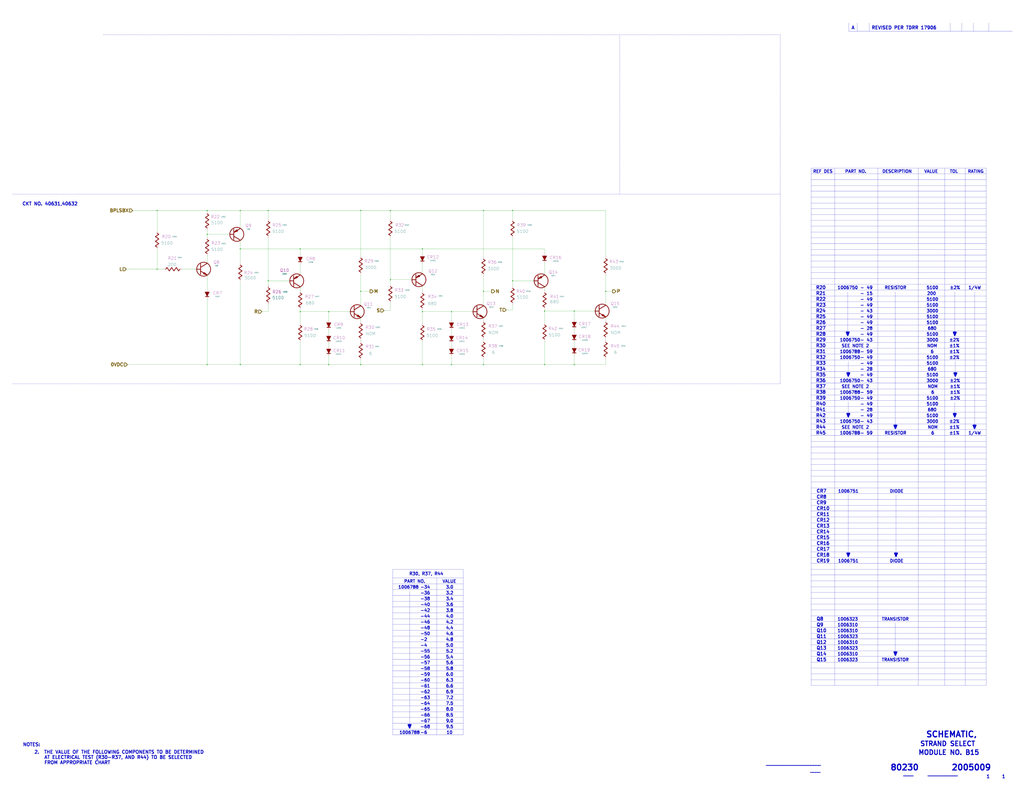
<source format=kicad_sch>
(kicad_sch (version 20211123) (generator eeschema)
  (paper "E")
  (junction (at 327.66 271.78))
  (junction (at 327.66 340.36))
  (junction (at 527.685 318.135))
  (junction (at 461.01 398.145))
  (junction (at 292.735 306.705))
  (junction (at 358.775 398.145))
  (junction (at 327.66 398.145))
  (junction (at 262.255 271.78))
  (junction (at 393.7 398.145))
  (junction (at 527.685 398.145))
  (junction (at 559.435 229.87))
  (junction (at 358.775 340.36))
  (junction (at 393.7 229.87))
  (junction (at 594.36 339.725))
  (junction (at 226.06 229.87))
  (junction (at 171.45 229.87))
  (junction (at 492.76 398.145))
  (junction (at 171.45 294.005))
  (junction (at 594.36 398.145))
  (junction (at 262.255 229.87))
  (junction (at 226.06 398.145))
  (junction (at 527.685 229.87))
  (junction (at 626.745 398.145))
  (junction (at 661.035 318.135))
  (junction (at 559.435 306.705))
  (junction (at 262.255 398.145))
  (junction (at 492.76 340.36))
  (junction (at 461.01 340.36))
  (junction (at 292.735 229.87))
  (junction (at 461.01 271.78))
  (junction (at 626.745 339.725))
  (junction (at 426.085 229.87))
  (junction (at 426.085 305.435))
  (junction (at 226.06 255.905))
  (junction (at 393.7 318.135))
  (wire (pts (xy 358.775 349.885) (xy 358.775 340.36)))
  (polyline (pts (xy 885.19 202.565) (xy 1076.325 202.565)) (stroke (width 0) (type solid)))
  (polyline (pts (xy 428.625 713.74) (xy 505.46 713.74)) (stroke (width 0) (type solid)))
  (polyline (pts (xy 885.19 488.315) (xy 1076.325 488.315)) (stroke (width 0) (type solid)))
  (wire (pts (xy 262.255 229.87) (xy 292.735 229.87)))
  (polyline (pts (xy 885.19 513.715) (xy 1076.325 513.715)) (stroke (width 0) (type solid)))
  (wire (pts (xy 661.035 280.035) (xy 661.035 229.87)))
  (polyline (pts (xy 924.56 407.3652) (xy 927.1 407.3652)) (stroke (width 1.524) (type solid)))
  (wire (pts (xy 661.035 333.375) (xy 661.035 318.135)))
  (wire (pts (xy 171.45 272.415) (xy 171.45 294.005)))
  (wire (pts (xy 226.06 279.4) (xy 226.06 287.655)))
  (wire (pts (xy 426.085 305.435) (xy 426.085 310.515)))
  (wire (pts (xy 594.36 313.055) (xy 594.36 317.5)))
  (wire (pts (xy 327.66 313.055) (xy 327.66 317.5)))
  (polyline (pts (xy 976.63 604.2152) (xy 979.17 604.2152)) (stroke (width 1.524) (type solid)))
  (polyline (pts (xy 923.925 362.9152) (xy 926.465 362.9152)) (stroke (width 1.524) (type solid)))
  (wire (pts (xy 559.435 306.705) (xy 559.435 312.42)))
  (polyline (pts (xy 885.19 621.665) (xy 1076.325 621.665)) (stroke (width 0) (type solid)))
  (polyline (pts (xy 885.19 399.415) (xy 1076.325 399.415)) (stroke (width 0) (type solid)))
  (polyline (pts (xy 885.19 748.665) (xy 1076.325 748.665)) (stroke (width 0) (type solid)))
  (polyline (pts (xy 885.19 208.915) (xy 1076.325 208.915)) (stroke (width 0) (type solid)))
  (polyline (pts (xy 885.19 577.215) (xy 1076.325 577.215)) (stroke (width 0) (type solid)))
  (polyline (pts (xy 885.19 335.915) (xy 1076.325 335.915)) (stroke (width 0) (type solid)))
  (polyline (pts (xy 885.19 659.765) (xy 1076.325 659.765)) (stroke (width 0) (type solid)))
  (polyline (pts (xy 927.1 604.2152) (xy 925.83 607.3902)) (stroke (width 1.524) (type solid)))
  (polyline (pts (xy 1063.625 318.77) (xy 1063.625 467.36)) (stroke (width 0) (type solid)))
  (wire (pts (xy 262.255 262.255) (xy 262.255 271.78)))
  (polyline (pts (xy 885.19 634.365) (xy 1076.325 634.365)) (stroke (width 0) (type solid)))
  (polyline (pts (xy 885.19 685.165) (xy 1076.325 685.165)) (stroke (width 0) (type solid)))
  (polyline (pts (xy 428.625 745.49) (xy 505.46 745.49)) (stroke (width 0) (type solid)))
  (polyline (pts (xy 851.535 38.1) (xy 851.535 419.1)))
  (wire (pts (xy 226.06 231.14) (xy 226.06 229.87)))
  (wire (pts (xy 527.685 398.145) (xy 527.685 391.795)))
  (polyline (pts (xy 885.19 354.965) (xy 1076.325 354.965)) (stroke (width 0) (type solid)))
  (wire (pts (xy 144.78 229.87) (xy 171.45 229.87)))
  (wire (pts (xy 292.735 332.105) (xy 292.735 340.36)))
  (polyline (pts (xy 885.19 666.115) (xy 1076.325 666.115)) (stroke (width 0) (type solid)))
  (polyline (pts (xy 927.1 451.8152) (xy 925.83 454.9902)) (stroke (width 1.524) (type solid)))
  (polyline (pts (xy 935.736 25.019) (xy 935.736 34.036)) (stroke (width 0) (type solid)))
  (polyline (pts (xy 885.19 189.865) (xy 1076.325 189.865)) (stroke (width 0) (type solid)))
  (polyline (pts (xy 885.19 234.315) (xy 1076.325 234.315)) (stroke (width 0) (type solid)))
  (wire (pts (xy 327.66 278.13) (xy 327.66 271.78)))
  (polyline (pts (xy 1064.895 464.5152) (xy 1063.625 467.6902)) (stroke (width 1.524) (type solid)))
  (wire (pts (xy 262.255 271.78) (xy 327.66 271.78)))
  (polyline (pts (xy 926.465 362.9152) (xy 925.195 366.0902)) (stroke (width 1.524) (type solid)))
  (polyline (pts (xy 948.69 25.019) (xy 948.69 34.036)) (stroke (width 0) (type solid)))
  (wire (pts (xy 626.745 339.725) (xy 649.605 339.725)))
  (polyline (pts (xy 885.19 697.865) (xy 1076.325 697.865)) (stroke (width 0) (type solid)))
  (polyline (pts (xy 885.19 596.265) (xy 1076.325 596.265)) (stroke (width 0) (type solid)))
  (wire (pts (xy 262.255 271.78) (xy 262.255 287.02)))
  (polyline (pts (xy 885.19 742.315) (xy 1076.325 742.315)) (stroke (width 0) (type solid)))
  (wire (pts (xy 292.735 229.87) (xy 393.7 229.87)))
  (polyline (pts (xy 428.625 764.54) (xy 505.46 764.54)) (stroke (width 0) (type solid)))
  (wire (pts (xy 393.7 334.01) (xy 393.7 318.135)))
  (polyline (pts (xy 428.625 621.665) (xy 505.46 621.665)) (stroke (width 0) (type solid)))
  (polyline (pts (xy 885.19 558.165) (xy 1076.325 558.165)) (stroke (width 0) (type solid)))
  (polyline (pts (xy 885.19 704.215) (xy 1076.325 704.215)) (stroke (width 0) (type solid)))
  (polyline (pts (xy 885.19 323.215) (xy 1076.325 323.215)) (stroke (width 0) (type solid)))
  (polyline (pts (xy 1078.992 25.019) (xy 1078.992 34.036)) (stroke (width 0) (type solid)))
  (polyline (pts (xy 925.83 394.97) (xy 925.83 410.845)) (stroke (width 0) (type solid)))
  (wire (pts (xy 285.75 340.36) (xy 292.735 340.36)))
  (wire (pts (xy 461.01 340.36) (xy 461.01 338.455)))
  (wire (pts (xy 594.36 398.145) (xy 594.36 372.745)))
  (wire (pts (xy 661.035 398.145) (xy 661.035 391.795)))
  (polyline (pts (xy 885.19 608.965) (xy 1076.325 608.965)) (stroke (width 0) (type solid)))
  (polyline (pts (xy 885.19 494.665) (xy 1076.325 494.665)) (stroke (width 0) (type solid)))
  (polyline (pts (xy 885.19 431.165) (xy 1076.325 431.165)) (stroke (width 0) (type solid)))
  (polyline (pts (xy 13.335 212.09) (xy 851.535 212.09)))
  (wire (pts (xy 594.36 339.725) (xy 594.36 337.82)))
  (polyline (pts (xy 851.535 419.1) (xy 13.335 419.1)))
  (polyline (pts (xy 885.19 380.365) (xy 1076.325 380.365)) (stroke (width 0) (type solid)))
  (wire (pts (xy 594.36 352.425) (xy 594.36 339.725)))
  (polyline (pts (xy 885.19 437.515) (xy 1076.325 437.515)) (stroke (width 0) (type solid)))
  (polyline (pts (xy 1040.765 451.8152) (xy 1043.305 451.8152)) (stroke (width 1.524) (type solid)))
  (polyline (pts (xy 885.19 501.015) (xy 1076.325 501.015)) (stroke (width 0) (type solid)))
  (wire (pts (xy 393.7 351.155) (xy 393.7 346.71)))
  (polyline (pts (xy 428.625 802.64) (xy 505.46 802.64)) (stroke (width 0) (type solid)))
  (polyline (pts (xy 885.19 297.815) (xy 1076.325 297.815)) (stroke (width 0) (type solid)))
  (polyline (pts (xy 1062.355 464.5152) (xy 1064.895 464.5152)) (stroke (width 1.524) (type solid)))
  (polyline (pts (xy 428.625 726.44) (xy 505.46 726.44)) (stroke (width 0) (type solid)))
  (wire (pts (xy 668.655 318.135) (xy 661.035 318.135)))
  (polyline (pts (xy 885.19 253.365) (xy 1076.325 253.365)) (stroke (width 0) (type solid)))
  (polyline (pts (xy 1042.67 394.335) (xy 1042.67 410.21)) (stroke (width 0) (type solid)))
  (wire (pts (xy 492.76 374.65) (xy 492.76 378.46)))
  (wire (pts (xy 327.66 373.38) (xy 327.66 398.145)))
  (polyline (pts (xy 925.195 366.0902) (xy 923.925 362.9152)) (stroke (width 1.524) (type solid)))
  (polyline (pts (xy 428.625 796.29) (xy 505.46 796.29)) (stroke (width 0) (type solid)))
  (polyline (pts (xy 112.395 38.1) (xy 851.535 38.1)))
  (polyline (pts (xy 1040.765 362.9152) (xy 1043.305 362.9152)) (stroke (width 1.524) (type solid)))
  (polyline (pts (xy 885.19 507.365) (xy 1076.325 507.365)) (stroke (width 0) (type solid)))
  (polyline (pts (xy 1043.94 407.3652) (xy 1042.67 410.5402)) (stroke (width 1.524) (type solid)))
  (polyline (pts (xy 885.19 247.015) (xy 1076.325 247.015)) (stroke (width 0) (type solid)))
  (polyline (pts (xy 885.19 443.865) (xy 1076.325 443.865)) (stroke (width 0) (type solid)))
  (polyline (pts (xy 447.04 795.02) (xy 447.04 645.795)) (stroke (width 0) (type solid)))
  (polyline (pts (xy 1042.035 366.0902) (xy 1040.765 362.9152)) (stroke (width 1.524) (type solid)))
  (polyline (pts (xy 1062.482 25.019) (xy 1062.482 34.036)) (stroke (width 0) (type solid)))
  (wire (pts (xy 661.035 349.885) (xy 661.035 346.075)))
  (polyline (pts (xy 926.211 25.019) (xy 926.211 34.036)) (stroke (width 0) (type solid)))
  (polyline (pts (xy 925.195 318.77) (xy 925.195 366.395)) (stroke (width 0) (type solid)))
  (wire (pts (xy 382.27 340.36) (xy 358.775 340.36)))
  (polyline (pts (xy 1031.24 183.515) (xy 1031.24 748.665)) (stroke (width 0) (type solid)))
  (polyline (pts (xy 428.625 681.99) (xy 505.46 681.99)) (stroke (width 0) (type solid)))
  (polyline (pts (xy 885.19 570.865) (xy 1076.325 570.865)) (stroke (width 0) (type solid)))
  (polyline (pts (xy 885.19 329.565) (xy 1076.325 329.565)) (stroke (width 0) (type solid)))
  (wire (pts (xy 492.76 360.045) (xy 492.76 364.49)))
  (polyline (pts (xy 885.19 628.015) (xy 1076.325 628.015)) (stroke (width 0) (type solid)))
  (wire (pts (xy 171.45 229.87) (xy 226.06 229.87)))
  (wire (pts (xy 226.06 251.46) (xy 226.06 255.905)))
  (polyline (pts (xy 885.19 221.615) (xy 1076.325 221.615)) (stroke (width 0) (type solid)))
  (polyline (pts (xy 1063.625 467.6902) (xy 1062.355 464.5152)) (stroke (width 1.524) (type solid)))
  (polyline (pts (xy 977.9 540.385) (xy 977.9 607.06)) (stroke (width 0) (type solid)))
  (polyline (pts (xy 885.19 481.965) (xy 1076.325 481.965)) (stroke (width 0) (type solid)))
  (polyline (pts (xy 911.225 748.665) (xy 911.225 183.515)) (stroke (width 0) (type solid)))
  (wire (pts (xy 262.255 398.145) (xy 327.66 398.145)))
  (polyline (pts (xy 445.77 791.5402) (xy 448.31 791.5402)) (stroke (width 1.524) (type solid)))
  (wire (pts (xy 527.685 280.67) (xy 527.685 229.87)))
  (polyline (pts (xy 1043.305 362.9152) (xy 1042.035 366.0902)) (stroke (width 1.524) (type solid)))
  (wire (pts (xy 516.255 340.36) (xy 492.76 340.36)))
  (wire (pts (xy 626.745 398.145) (xy 661.035 398.145)))
  (wire (pts (xy 262.255 398.145) (xy 262.255 307.34)))
  (wire (pts (xy 449.58 305.435) (xy 426.085 305.435)))
  (polyline (pts (xy 428.625 777.24) (xy 505.46 777.24)) (stroke (width 0) (type solid)))
  (wire (pts (xy 626.745 339.725) (xy 594.36 339.725)))
  (polyline (pts (xy 1042.035 454.9902) (xy 1040.765 451.8152)) (stroke (width 1.524) (type solid)))
  (polyline (pts (xy 885.19 393.065) (xy 1076.325 393.065)) (stroke (width 0) (type solid)))
  (polyline (pts (xy 925.83 607.695) (xy 925.83 540.385)) (stroke (width 0) (type solid)))
  (polyline (pts (xy 958.215 183.515) (xy 958.215 748.665)) (stroke (width 0) (type solid)))
  (wire (pts (xy 626.745 349.25) (xy 626.745 339.725)))
  (polyline (pts (xy 885.19 310.515) (xy 1076.325 310.515)) (stroke (width 0) (type solid)))
  (polyline (pts (xy 885.19 710.565) (xy 1076.325 710.565)) (stroke (width 0) (type solid)))
  (polyline (pts (xy 979.17 604.2152) (xy 977.9 607.3902)) (stroke (width 1.524) (type solid)))
  (polyline (pts (xy 885.19 456.565) (xy 1076.325 456.565)) (stroke (width 0) (type solid)))
  (wire (pts (xy 661.035 318.135) (xy 661.035 300.355)))
  (polyline (pts (xy 885.19 589.915) (xy 1076.325 589.915)) (stroke (width 0) (type solid)))
  (wire (pts (xy 461.01 311.785) (xy 461.01 318.135)))
  (wire (pts (xy 559.435 259.715) (xy 559.435 306.705)))
  (wire (pts (xy 327.66 271.78) (xy 461.01 271.78)))
  (wire (pts (xy 226.06 229.87) (xy 262.255 229.87)))
  (wire (pts (xy 527.685 398.145) (xy 594.36 398.145)))
  (polyline (pts (xy 885.19 729.615) (xy 1076.325 729.615)) (stroke (width 0) (type solid)))
  (polyline (pts (xy 978.535 464.5152) (xy 977.265 467.6902)) (stroke (width 1.524) (type solid)))
  (polyline (pts (xy 885.19 424.815) (xy 1076.325 424.815)) (stroke (width 0) (type solid)))
  (wire (pts (xy 492.76 349.885) (xy 492.76 340.36)))
  (wire (pts (xy 626.745 363.22) (xy 626.745 359.41)))
  (polyline (pts (xy 448.31 791.5402) (xy 447.04 794.7152)) (stroke (width 1.524) (type solid)))
  (wire (pts (xy 393.7 371.475) (xy 393.7 372.745)))
  (polyline (pts (xy 428.625 669.29) (xy 505.46 669.29)) (stroke (width 0) (type solid)))
  (wire (pts (xy 393.7 279.4) (xy 393.7 229.87)))
  (polyline (pts (xy 927.1 407.3652) (xy 925.83 410.5402)) (stroke (width 1.524) (type solid)))
  (wire (pts (xy 292.735 229.87) (xy 292.735 239.395)))
  (wire (pts (xy 358.775 374.65) (xy 358.775 378.46)))
  (polyline (pts (xy 885.19 240.665) (xy 1076.325 240.665)) (stroke (width 0) (type solid)))
  (polyline (pts (xy 1049.782 25.019) (xy 1049.782 34.036)) (stroke (width 0) (type solid)))
  (polyline (pts (xy 885.19 532.765) (xy 1076.325 532.765)) (stroke (width 0) (type solid)))
  (polyline (pts (xy 977.265 715.3402) (xy 975.995 712.1652)) (stroke (width 1.524) (type solid)))
  (polyline (pts (xy 885.19 551.815) (xy 1076.325 551.815)) (stroke (width 0) (type solid)))
  (wire (pts (xy 461.01 373.38) (xy 461.01 398.145)))
  (polyline (pts (xy 885.19 361.315) (xy 1076.325 361.315)) (stroke (width 0) (type solid)))
  (polyline (pts (xy 428.625 751.84) (xy 505.46 751.84)) (stroke (width 0) (type solid)))
  (polyline (pts (xy 885.19 545.465) (xy 1076.325 545.465)) (stroke (width 0) (type solid)))
  (wire (pts (xy 492.76 388.62) (xy 492.76 398.145)))
  (wire (pts (xy 426.085 259.715) (xy 426.085 305.435)))
  (polyline (pts (xy 977.265 680.085) (xy 977.265 715.01)) (stroke (width 0) (type solid)))
  (polyline (pts (xy 505.46 802.64) (xy 505.46 621.665)) (stroke (width 0) (type solid)))
  (polyline (pts (xy 428.625 688.34) (xy 505.46 688.34)) (stroke (width 0) (type solid)))
  (wire (pts (xy 492.76 398.145) (xy 527.685 398.145)))
  (polyline (pts (xy 1076.325 183.515) (xy 1076.325 748.665)) (stroke (width 0) (type solid)))
  (polyline (pts (xy 885.19 564.515) (xy 1076.325 564.515)) (stroke (width 0) (type solid)))
  (wire (pts (xy 292.735 306.705) (xy 316.23 306.705)))
  (polyline (pts (xy 885.19 462.915) (xy 1076.325 462.915)) (stroke (width 0) (type solid)))
  (wire (pts (xy 461.01 299.085) (xy 461.01 287.655)))
  (polyline (pts (xy 428.625 789.94) (xy 505.46 789.94)) (stroke (width 0) (type solid)))
  (wire (pts (xy 552.45 338.455) (xy 559.435 338.455)))
  (polyline (pts (xy 925.83 410.5402) (xy 924.56 407.3652)) (stroke (width 1.524) (type solid)))
  (polyline (pts (xy 885.19 412.115) (xy 1076.325 412.115)) (stroke (width 0) (type solid)))
  (wire (pts (xy 461.01 353.06) (xy 461.01 340.36)))
  (polyline (pts (xy 885.19 304.165) (xy 1076.325 304.165)) (stroke (width 0) (type solid)))
  (wire (pts (xy 262.255 229.87) (xy 262.255 249.555)))
  (polyline (pts (xy 885.19 678.815) (xy 1076.325 678.815)) (stroke (width 0) (type solid)))
  (polyline (pts (xy 885.19 716.915) (xy 1076.325 716.915)) (stroke (width 0) (type solid)))
  (polyline (pts (xy 925.83 455.295) (xy 925.83 438.785)) (stroke (width 0) (type solid)))
  (wire (pts (xy 171.45 294.005) (xy 137.795 294.005)))
  (wire (pts (xy 419.1 339.09) (xy 426.085 339.09)))
  (wire (pts (xy 178.435 294.005) (xy 171.45 294.005)))
  (polyline (pts (xy 885.19 259.715) (xy 1076.325 259.715)) (stroke (width 0) (type solid)))
  (polyline (pts (xy 885.19 520.065) (xy 1076.325 520.065)) (stroke (width 0) (type solid)))
  (polyline (pts (xy 428.625 707.39) (xy 505.46 707.39)) (stroke (width 0) (type solid)))
  (wire (pts (xy 559.435 332.74) (xy 559.435 338.455)))
  (wire (pts (xy 461.01 398.145) (xy 492.76 398.145)))
  (wire (pts (xy 403.86 318.135) (xy 393.7 318.135)))
  (polyline (pts (xy 885.19 278.765) (xy 1076.325 278.765)) (stroke (width 0) (type solid)))
  (wire (pts (xy 594.36 398.145) (xy 626.745 398.145)))
  (wire (pts (xy 527.685 318.135) (xy 527.685 300.99)))
  (wire (pts (xy 661.035 371.475) (xy 661.035 370.205)))
  (polyline (pts (xy 1041.4 407.3652) (xy 1043.94 407.3652)) (stroke (width 1.524) (type solid)))
  (polyline (pts (xy 975.995 712.1652) (xy 978.535 712.1652)) (stroke (width 1.524) (type solid)))
  (polyline (pts (xy 977.9 607.3902) (xy 976.63 604.2152)) (stroke (width 1.524) (type solid)))
  (polyline (pts (xy 885.19 640.715) (xy 1076.325 640.715)) (stroke (width 0) (type solid)))
  (wire (pts (xy 171.45 229.87) (xy 171.45 252.095)))
  (polyline (pts (xy 885.19 723.265) (xy 1076.325 723.265)) (stroke (width 0) (type solid)))
  (wire (pts (xy 426.085 229.87) (xy 527.685 229.87)))
  (polyline (pts (xy 885.19 691.515) (xy 1076.325 691.515)) (stroke (width 0) (type solid)))
  (wire (pts (xy 393.7 229.87) (xy 426.085 229.87)))
  (polyline (pts (xy 977.265 467.6902) (xy 975.995 464.5152)) (stroke (width 1.524) (type solid)))
  (wire (pts (xy 527.685 370.205) (xy 527.685 371.475)))
  (polyline (pts (xy 428.625 675.64) (xy 505.46 675.64)) (stroke (width 0) (type solid)))
  (polyline (pts (xy 885.19 615.315) (xy 1076.325 615.315)) (stroke (width 0) (type solid)))
  (polyline (pts (xy 885.19 418.465) (xy 1076.325 418.465)) (stroke (width 0) (type solid)))
  (polyline (pts (xy 1042.035 318.77) (xy 1042.035 365.76)) (stroke (width 0) (type solid)))
  (polyline (pts (xy 885.19 196.215) (xy 1076.325 196.215)) (stroke (width 0) (type solid)))
  (polyline (pts (xy 975.995 464.5152) (xy 978.535 464.5152)) (stroke (width 1.524) (type solid)))
  (polyline (pts (xy 885.19 475.615) (xy 1076.325 475.615)) (stroke (width 0) (type solid)))
  (polyline (pts (xy 885.19 526.415) (xy 1076.325 526.415)) (stroke (width 0) (type solid)))
  (wire (pts (xy 139.065 398.145) (xy 226.06 398.145)))
  (polyline (pts (xy 885.19 183.515) (xy 885.19 748.665)) (stroke (width 0) (type solid)))
  (wire (pts (xy 594.36 300.355) (xy 594.36 287.02)))
  (polyline (pts (xy 428.625 650.24) (xy 505.46 650.24)) (stroke (width 0) (type solid)))
  (polyline (pts (xy 885.19 272.415) (xy 1076.325 272.415)) (stroke (width 0) (type solid)))
  (polyline (pts (xy 885.19 405.765) (xy 1076.325 405.765)) (stroke (width 0) (type solid)))
  (polyline (pts (xy 885.19 469.265) (xy 1076.325 469.265)) (stroke (width 0) (type solid)))
  (polyline (pts (xy 926.211 34.036) (xy 1104.9 34.036)) (stroke (width 0) (type solid)))
  (polyline (pts (xy 885.19 735.965) (xy 1076.325 735.965)) (stroke (width 0) (type solid)))
  (wire (pts (xy 559.435 229.87) (xy 559.435 239.395)))
  (polyline (pts (xy 885.19 266.065) (xy 1076.325 266.065)) (stroke (width 0) (type solid)))
  (polyline (pts (xy 428.625 739.14) (xy 505.46 739.14)) (stroke (width 0) (type solid)))
  (polyline (pts (xy 885.19 539.115) (xy 1076.325 539.115)) (stroke (width 0) (type solid)))
  (wire (pts (xy 527.685 334.01) (xy 527.685 318.135)))
  (wire (pts (xy 358.775 360.045) (xy 358.775 364.49)))
  (polyline (pts (xy 1043.305 451.8152) (xy 1042.035 454.9902)) (stroke (width 1.524) (type solid)))
  (polyline (pts (xy 428.625 758.19) (xy 505.46 758.19)) (stroke (width 0) (type solid)))
  (polyline (pts (xy 676.275 212.09) (xy 676.275 38.1)))
  (polyline (pts (xy 428.625 637.54) (xy 505.46 637.54)) (stroke (width 0) (type solid)))
  (polyline (pts (xy 476.885 631.19) (xy 476.885 802.64)) (stroke (width 0) (type solid)))
  (polyline (pts (xy 925.83 454.9902) (xy 924.56 451.8152)) (stroke (width 1.524) (type solid)))
  (wire (pts (xy 582.93 306.705) (xy 559.435 306.705)))
  (wire (pts (xy 358.775 340.36) (xy 327.66 340.36)))
  (wire (pts (xy 198.755 294.005) (xy 214.63 294.005)))
  (polyline (pts (xy 428.625 643.89) (xy 505.46 643.89)) (stroke (width 0) (type solid)))
  (polyline (pts (xy 885.19 653.415) (xy 1076.325 653.415)) (stroke (width 0) (type solid)))
  (polyline (pts (xy 885.19 367.665) (xy 1076.325 367.665)) (stroke (width 0) (type solid)))
  (wire (pts (xy 358.775 388.62) (xy 358.775 398.145)))
  (polyline (pts (xy 885.19 602.615) (xy 1076.325 602.615)) (stroke (width 0) (type solid)))
  (polyline (pts (xy 925.83 607.3902) (xy 924.56 604.2152)) (stroke (width 1.524) (type solid)))
  (wire (pts (xy 250.825 255.905) (xy 226.06 255.905)))
  (polyline (pts (xy 428.625 770.89) (xy 505.46 770.89)) (stroke (width 0) (type solid)))
  (polyline (pts (xy 885.19 291.465) (xy 1076.325 291.465)) (stroke (width 0) (type solid)))
  (polyline (pts (xy 1042.035 439.42) (xy 1042.035 454.66)) (stroke (width 0) (type solid)))
  (wire (pts (xy 327.66 398.145) (xy 358.775 398.145)))
  (polyline (pts (xy 1002.03 748.665) (xy 1002.03 183.515)) (stroke (width 0) (type solid)))
  (polyline (pts (xy 924.56 451.8152) (xy 927.1 451.8152)) (stroke (width 1.524) (type solid)))
  (polyline (pts (xy 885.19 672.465) (xy 1076.325 672.465)) (stroke (width 0) (type solid)))
  (wire (pts (xy 626.745 387.985) (xy 626.745 398.145)))
  (wire (pts (xy 393.7 398.145) (xy 461.01 398.145)))
  (polyline (pts (xy 885.19 215.265) (xy 1076.325 215.265)) (stroke (width 0) (type solid)))
  (wire (pts (xy 327.66 288.29) (xy 327.66 300.355)))
  (polyline (pts (xy 428.625 631.19) (xy 505.46 631.19)) (stroke (width 0) (type solid)))
  (wire (pts (xy 626.745 377.825) (xy 626.745 373.38)))
  (polyline (pts (xy 428.625 662.94) (xy 505.46 662.94)) (stroke (width 0) (type solid)))
  (wire (pts (xy 393.7 318.135) (xy 393.7 299.72)))
  (polyline (pts (xy 885.19 386.715) (xy 1076.325 386.715)) (stroke (width 0) (type solid)))
  (polyline (pts (xy 885.19 342.265) (xy 1076.325 342.265)) (stroke (width 0) (type solid)))
  (polyline (pts (xy 428.625 732.79) (xy 505.46 732.79)) (stroke (width 0) (type solid)))
  (wire (pts (xy 461.01 271.78) (xy 594.36 271.78)))
  (wire (pts (xy 327.66 340.36) (xy 327.66 353.06)))
  (polyline (pts (xy 885.19 450.215) (xy 1076.325 450.215)) (stroke (width 0) (type solid)))
  (wire (pts (xy 426.085 330.835) (xy 426.085 339.09)))
  (polyline (pts (xy 428.625 783.59) (xy 505.46 783.59)) (stroke (width 0) (type solid)))
  (polyline (pts (xy 885.19 374.015) (xy 1076.325 374.015)) (stroke (width 0) (type solid)))
  (polyline (pts (xy 885.19 647.065) (xy 1076.325 647.065)) (stroke (width 0) (type solid)))
  (polyline (pts (xy 885.19 285.115) (xy 1076.325 285.115)) (stroke (width 0) (type solid)))
  (polyline (pts (xy 885.19 227.965) (xy 1076.325 227.965)) (stroke (width 0) (type solid)))
  (wire (pts (xy 461.01 277.495) (xy 461.01 271.78)))
  (polyline (pts (xy 1042.67 410.5402) (xy 1041.4 407.3652)) (stroke (width 1.524) (type solid)))
  (wire (pts (xy 327.66 337.82) (xy 327.66 340.36)))
  (polyline (pts (xy 1037.082 25.019) (xy 1037.082 34.036)) (stroke (width 0) (type solid)))
  (polyline (pts (xy 428.625 720.09) (xy 505.46 720.09)) (stroke (width 0) (type solid)))
  (wire (pts (xy 492.76 340.36) (xy 461.01 340.36)))
  (wire (pts (xy 226.06 255.905) (xy 226.06 259.08)))
  (polyline (pts (xy 885.19 583.565) (xy 1076.325 583.565)) (stroke (width 0) (type solid)))
  (wire (pts (xy 292.735 306.705) (xy 292.735 311.785)))
  (polyline (pts (xy 885.19 316.865) (xy 1076.325 316.865)) (stroke (width 0) (type solid)))
  (polyline (pts (xy 428.625 701.04) (xy 505.46 701.04)) (stroke (width 0) (type solid)))
  (polyline (pts (xy 885.19 348.615) (xy 1076.325 348.615)) (stroke (width 0) (type solid)))
  (wire (pts (xy 226.06 398.145) (xy 262.255 398.145)))
  (wire (pts (xy 226.06 398.145) (xy 226.06 326.39)))
  (wire (pts (xy 661.035 229.87) (xy 559.435 229.87)))
  (polyline (pts (xy 428.625 621.665) (xy 428.625 802.64)) (stroke (width 0) (type solid)))
  (polyline (pts (xy 447.04 794.7152) (xy 445.77 791.5402)) (stroke (width 1.524) (type solid)))
  (polyline (pts (xy 885.19 183.515) (xy 1076.325 183.515)) (stroke (width 0) (type solid)))
  (wire (pts (xy 594.36 271.78) (xy 594.36 276.86)))
  (wire (pts (xy 527.685 229.87) (xy 559.435 229.87)))
  (wire (pts (xy 358.775 398.145) (xy 393.7 398.145)))
  (polyline (pts (xy 428.625 694.69) (xy 505.46 694.69)) (stroke (width 0) (type solid)))
  (polyline (pts (xy 977.265 318.77) (xy 977.265 467.36)) (stroke (width 0) (type solid)))
  (wire (pts (xy 426.085 229.87) (xy 426.085 239.395)))
  (polyline (pts (xy 924.56 604.2152) (xy 927.1 604.2152)) (stroke (width 1.524) (type solid)))
  (wire (pts (xy 292.735 259.715) (xy 292.735 306.705)))
  (polyline (pts (xy 428.625 656.59) (xy 505.46 656.59)) (stroke (width 0) (type solid)))
  (wire (pts (xy 393.7 393.065) (xy 393.7 398.145)))
  (polyline (pts (xy 1053.465 748.665) (xy 1053.465 183.515)) (stroke (width 0) (type solid)))
  (polyline (pts (xy 978.535 712.1652) (xy 977.265 715.3402)) (stroke (width 1.524) (type solid)))
  (wire (pts (xy 226.06 300.355) (xy 226.06 316.23)))
  (wire (pts (xy 527.685 318.135) (xy 536.575 318.135)))
  (wire (pts (xy 527.685 349.885) (xy 527.685 346.71)))
  (text "1006788" (at 916.305 386.08 0) (effects (font (size 3.302 3.302) (thickness 0.6604) bold) (justify left bottom)))
  (text "-" (at 938.53 411.48 0) (effects (font (size 3.302 3.302) (thickness 0.6604) bold) (justify left bottom)))
  (text "7.2" (at 486.41 763.905 0) (effects (font (size 3.302 3.302) (thickness 0.6604) bold) (justify left bottom)))
  (text "49" (at 945.515 398.78 0) (effects (font (size 3.302 3.302) (thickness 0.6604) bold) (justify left bottom)))
  (text "5.4" (at 486.41 719.455 0) (effects (font (size 3.302 3.302) (thickness 0.6604) bold) (justify left bottom)))
  (text "5100" (at 1010.92 354.33 0) (effects (font (size 3.302 3.302) (thickness 0.6604) bold) (justify left bottom)))
  (text "____________" (at 1012.19 847.725 0) (effects (font (size 3.556 3.556) (thickness 0.7112) bold) (justify left bottom)))
  (text "-" (at 938.53 316.23 0) (effects (font (size 3.302 3.302) (thickness 0.6604) bold) (justify left bottom)))
  (text "±2%" (at 1035.685 373.38 0) (effects (font (size 3.302 3.302) (thickness 0.6604) bold) (justify left bottom)))
  (text "CR10" (at 890.905 557.53 0) (effects (font (size 3.556 3.556) (thickness 0.7112) bold) (justify left bottom)))
  (text "MODULE NO. B15" (at 1002.03 824.865 0) (effects (font (size 5.08 5.08) (thickness 1.016) bold) (justify left bottom)))
  (text "CKT NO. 40631,40632" (at 24.13 224.79 0) (effects (font (size 3.556 3.556) (thickness 0.7112) bold) (justify left bottom)))
  (text "-2" (at 458.47 700.405 0) (effects (font (size 3.302 3.302) (thickness 0.6604) bold) (justify left bottom)))
  (text "5100" (at 1010.92 411.48 0) (effects (font (size 3.302 3.302) (thickness 0.6604) bold) (justify left bottom)))
  (text "VALUE" (at 1008.38 189.23 0) (effects (font (size 3.302 3.302) (thickness 0.6604) bold) (justify left bottom)))
  (text "R30" (at 890.27 379.73 0) (effects (font (size 3.556 3.556) (thickness 0.7112) bold) (justify left bottom)))
  (text "-68" (at 458.47 795.655 0) (effects (font (size 3.302 3.302) (thickness 0.6604) bold) (justify left bottom)))
  (text "RESISTOR" (at 965.2 474.98 0) (effects (font (size 3.302 3.302) (thickness 0.6604) bold) (justify left bottom)))
  (text "CR8" (at 890.905 544.83 0) (effects (font (size 3.556 3.556) (thickness 0.7112) bold) (justify left bottom)))
  (text "____" (at 883.92 843.915 0) (effects (font (size 3.556 3.556) (thickness 0.7112) bold) (justify left bottom)))
  (text "R25" (at 890.27 347.98 0) (effects (font (size 3.556 3.556) (thickness 0.7112) bold) (justify left bottom)))
  (text "PART NO." (at 440.69 636.905 0) (effects (font (size 3.302 3.302) (thickness 0.6604) bold) (justify left bottom)))
  (text "-67" (at 458.47 789.305 0) (effects (font (size 3.302 3.302) (thickness 0.6604) bold) (justify left bottom)))
  (text "-" (at 938.53 392.43 0) (effects (font (size 3.302 3.302) (thickness 0.6604) bold) (justify left bottom)))
  (text "1006751" (at 914.4 614.68 0) (effects (font (size 3.302 3.302) (thickness 0.6604) bold) (justify left bottom)))
  (text "-" (at 938.53 360.68 0) (effects (font (size 3.302 3.302) (thickness 0.6604) bold) (justify left bottom)))
  (text "±2%" (at 1036.32 316.23 0) (effects (font (size 3.302 3.302) (thickness 0.6604) bold) (justify left bottom)))
  (text "-44" (at 458.47 675.005 0) (effects (font (size 3.302 3.302) (thickness 0.6604) bold) (justify left bottom)))
  (text "5100" (at 1010.92 455.93 0) (effects (font (size 3.302 3.302) (thickness 0.6604) bold) (justify left bottom)))
  (text "-66" (at 458.47 782.955 0) (effects (font (size 3.302 3.302) (thickness 0.6604) bold) (justify left bottom)))
  (text "-58" (at 458.47 732.155 0) (effects (font (size 3.302 3.302) (thickness 0.6604) bold) (justify left bottom)))
  (text "NOM" (at 1011.555 379.73 0) (effects (font (size 3.302 3.302) (thickness 0.6604) bold) (justify left bottom)))
  (text "±2%" (at 1036.32 417.83 0) (effects (font (size 3.302 3.302) (thickness 0.6604) bold) (justify left bottom)))
  (text "R35" (at 890.27 411.48 0) (effects (font (size 3.556 3.556) (thickness 0.7112) bold) (justify left bottom)))
  (text "-" (at 938.53 341.63 0) (effects (font (size 3.302 3.302) (thickness 0.6604) bold) (justify left bottom)))
  (text "Q15" (at 890.905 722.63 0) (effects (font (size 3.556 3.556) (thickness 0.7112) bold) (justify left bottom)))
  (text "3.6" (at 486.41 662.305 0) (effects (font (size 3.302 3.302) (thickness 0.6604) bold) (justify left bottom)))
  (text "-" (at 938.53 335.28 0) (effects (font (size 3.302 3.302) (thickness 0.6604) bold) (justify left bottom)))
  (text "6.6" (at 486.41 751.205 0) (effects (font (size 3.302 3.302) (thickness 0.6604) bold) (justify left bottom)))
  (text "R36" (at 890.27 417.83 0) (effects (font (size 3.556 3.556) (thickness 0.7112) bold) (justify left bottom)))
  (text "5100" (at 1010.92 436.88 0) (effects (font (size 3.302 3.302) (thickness 0.6604) bold) (justify left bottom)))
  (text "R40" (at 890.27 443.23 0) (effects (font (size 3.556 3.556) (thickness 0.7112) bold) (justify left bottom)))
  (text "9.5" (at 486.41 795.655 0) (effects (font (size 3.302 3.302) (thickness 0.6604) bold) (justify left bottom)))
  (text "R41" (at 890.27 449.58 0) (effects (font (size 3.556 3.556) (thickness 0.7112) bold) (justify left bottom)))
  (text "5100" (at 1010.92 328.93 0) (effects (font (size 3.302 3.302) (thickness 0.6604) bold) (justify left bottom)))
  (text "43" (at 945.515 417.83 0) (effects (font (size 3.302 3.302) (thickness 0.6604) bold) (justify left bottom)))
  (text "CR11" (at 890.905 563.88 0) (effects (font (size 3.556 3.556) (thickness 0.7112) bold) (justify left bottom)))
  (text "SEE NOTE 2" (at 918.21 379.73 0) (effects (font (size 3.302 3.302) (thickness 0.6604) bold) (justify left bottom)))
  (text "-" (at 938.53 430.53 0) (effects (font (size 3.302 3.302) (thickness 0.6604) bold) (justify left bottom)))
  (text "4.4" (at 486.41 687.705 0) (effects (font (size 3.302 3.302) (thickness 0.6604) bold) (justify left bottom)))
  (text "REF DES" (at 887.095 189.23 0) (effects (font (size 3.302 3.302) (thickness 0.6604) bold) (justify left bottom)))
  (text "NOTES:" (at 24.765 815.34 0) (effects (font (size 3.556 3.556) (thickness 0.7112) bold) (justify left bottom)))
  (text "10" (at 487.045 802.005 0) (effects (font (size 3.302 3.302) (thickness 0.6604) bold) (justify left bottom)))
  (text "2.  THE VALUE OF THE FOLLOWING COMPONENTS TO BE DETERMINED\n    AT ELECTRICAL TEST (R30-R37, AND R44) TO BE SELECTED\n    FROM APPROPRIATE CHART" (at 37.2364 834.9996 0) (effects (font (size 3.556 3.556) (thickness 0.7112) bold) (justify left bottom)))
  (text "±2%" (at 1035.685 462.28 0) (effects (font (size 3.302 3.302) (thickness 0.6604) bold) (justify left bottom)))
  (text "1006751" (at 914.4 538.48 0) (effects (font (size 3.302 3.302) (thickness 0.6604) bold) (justify left bottom)))
  (text "1006788" (at 435.61 802.005 0) (effects (font (size 3.302 3.302) (thickness 0.6604) bold) (justify left bottom)))
  (text "80230" (at 971.3976 841.9846 0) (effects (font (size 6.35 6.35) (thickness 1.27) bold) (justify left bottom)))
  (text "59" (at 945.515 386.08 0) (effects (font (size 3.302 3.302) (thickness 0.6604) bold) (justify left bottom)))
  (text "R43" (at 890.27 462.28 0) (effects (font (size 3.556 3.556) (thickness 0.7112) bold) (justify left bottom)))
  (text "43" (at 945.515 373.38 0) (effects (font (size 3.302 3.302) (thickness 0.6604) bold) (justify left bottom)))
  (text "R26" (at 890.27 354.33 0) (effects (font (size 3.556 3.556) (thickness 0.7112) bold) (justify left bottom)))
  (text "7.5" (at 486.41 770.255 0) (effects (font (size 3.302 3.302) (thickness 0.6604) bold) (justify left bottom)))
  (text "NOM" (at 1012.19 424.18 0) (effects (font (size 3.302 3.302) (thickness 0.6604) bold) (justify left bottom)))
  (text "1006788" (at 916.305 430.53 0) (effects (font (size 3.302 3.302) (thickness 0.6604) bold) (justify left bottom)))
  (text "Q11" (at 890.905 697.23 0) (effects (font (size 3.556 3.556) (thickness 0.7112) bold) (justify left bottom)))
  (text "R38" (at 890.27 430.53 0) (effects (font (size 3.556 3.556) (thickness 0.7112) bold) (justify left bottom)))
  (text "4.0" (at 486.41 675.005 0) (effects (font (size 3.302 3.302) (thickness 0.6604) bold) (justify left bottom)))
  (text "Q8" (at 890.905 678.18 0) (effects (font (size 3.556 3.556) (thickness 0.7112) bold) (justify left bottom)))
  (text "5100" (at 1010.92 392.43 0) (effects (font (size 3.302 3.302) (thickness 0.6604) bold) (justify left bottom)))
  (text "3.0" (at 486.41 643.255 0) (effects (font (size 3.302 3.302) (thickness 0.6604) bold) (justify left bottom)))
  (text "-" (at 938.53 405.13 0) (effects (font (size 3.302 3.302) (thickness 0.6604) bold) (justify left bottom)))
  (text "49" (at 945.515 392.43 0) (effects (font (size 3.302 3.302) (thickness 0.6604) bold) (justify left bottom)))
  (text "R27" (at 890.27 360.68 0) (effects (font (size 3.556 3.556) (thickness 0.7112) bold) (justify left bottom)))
  (text "-38" (at 458.47 655.955 0) (effects (font (size 3.302 3.302) (thickness 0.6604) bold) (justify left bottom)))
  (text "SEE NOTE 2" (at 918.21 424.18 0) (effects (font (size 3.302 3.302) (thickness 0.6604) bold) (justify left bottom)))
  (text "R22" (at 890.27 328.93 0) (effects (font (size 3.556 3.556) (thickness 0.7112) bold) (justify left bottom)))
  (text "-55" (at 458.47 713.105 0) (effects (font (size 3.302 3.302) (thickness 0.6604) bold) (justify left bottom)))
  (text "5.8" (at 486.41 732.155 0) (effects (font (size 3.302 3.302) (thickness 0.6604) bold) (justify left bottom)))
  (text "R39" (at 890.27 436.88 0) (effects (font (size 3.556 3.556) (thickness 0.7112) bold) (justify left bottom)))
  (text "15" (at 945.515 322.58 0) (effects (font (size 3.302 3.302) (thickness 0.6604) bold) (justify left bottom)))
  (text "1006310" (at 913.765 690.88 0) (effects (font (size 3.302 3.302) (thickness 0.6604) bold) (justify left bottom)))
  (text "NOM" (at 1012.19 468.63 0) (effects (font (size 3.302 3.302) (thickness 0.6604) bold) (justify left bottom)))
  (text "Q12" (at 890.905 703.58 0) (effects (font (size 3.556 3.556) (thickness 0.7112) bold) (justify left bottom)))
  (text "-62" (at 458.47 757.555 0) (effects (font (size 3.302 3.302) (thickness 0.6604) bold) (justify left bottom)))
  (text "±2%" (at 1035.685 392.43 0) (effects (font (size 3.302 3.302) (thickness 0.6604) bold) (justify left bottom)))
  (text "43" (at 945.515 341.63 0) (effects (font (size 3.302 3.302) (thickness 0.6604) bold) (justify left bottom)))
  (text "-46" (at 458.47 681.355 0) (effects (font (size 3.302 3.302) (thickness 0.6604) bold) (justify left bottom)))
  (text "1006323" (at 913.765 697.23 0) (effects (font (size 3.302 3.302) (thickness 0.6604) bold) (justify left bottom)))
  (text "CR12" (at 890.905 570.23 0) (effects (font (size 3.556 3.556) (thickness 0.7112) bold) (justify left bottom)))
  (text "-60" (at 458.47 744.855 0) (effects (font (size 3.302 3.302) (thickness 0.6604) bold) (justify left bottom)))
  (text "1006788" (at 434.34 643.255 0) (effects (font (size 3.302 3.302) (thickness 0.6604) bold) (justify left bottom)))
  (text "3.4" (at 486.41 655.955 0) (effects (font (size 3.302 3.302) (thickness 0.6604) bold) (justify left bottom)))
  (text "49" (at 945.515 436.88 0) (effects (font (size 3.302 3.302) (thickness 0.6604) bold) (justify left bottom)))
  (text "1006750" (at 916.305 392.43 0) (effects (font (size 3.302 3.302) (thickness 0.6604) bold) (justify left bottom)))
  (text "680" (at 1012.19 405.13 0) (effects (font (size 3.302 3.302) (thickness 0.6604) bold) (justify left bottom)))
  (text "R23" (at 890.27 335.28 0) (effects (font (size 3.556 3.556) (thickness 0.7112) bold) (justify left bottom)))
  (text "8.0" (at 486.41 776.605 0) (effects (font (size 3.302 3.302) (thickness 0.6604) bold) (justify left bottom)))
  (text "±1%" (at 1035.685 386.08 0) (effects (font (size 3.302 3.302) (thickness 0.6604) bold) (justify left bottom)))
  (text "4.6" (at 486.41 694.055 0) (effects (font (size 3.302 3.302) (thickness 0.6604) bold) (justify left bottom)))
  (text "A       REVISED PER TDRR 17906" (at 929.005 32.512 0) (effects (font (size 3.556 3.556) (thickness 0.7112) bold) (justify left bottom)))
  (text "200" (at 1011.555 322.58 0) (effects (font (size 3.302 3.302) (thickness 0.6604) bold) (justify left bottom)))
  (text "PART NO." (at 922.02 189.23 0) (effects (font (size 3.302 3.302) (thickness 0.6604) bold) (justify left bottom)))
  (text "R34" (at 890.27 405.13 0) (effects (font (size 3.556 3.556) (thickness 0.7112) bold) (justify left bottom)))
  (text "49" (at 945.515 411.48 0) (effects (font (size 3.302 3.302) (thickness 0.6604) bold) (justify left bottom)))
  (text "-4" (at 458.47 706.755 0) (effects (font (size 3.302 3.302) (thickness 0.6604) bold) (justify left bottom)))
  (text "R42" (at 890.27 455.93 0) (effects (font (size 3.556 3.556) (thickness 0.7112) bold) (justify left bottom)))
  (text "1006323" (at 913.765 678.18 0) (effects (font (size 3.302 3.302) (thickness 0.6604) bold) (justify left bottom)))
  (text "59" (at 945.515 430.53 0) (effects (font (size 3.302 3.302) (thickness 0.6604) bold) (justify left bottom)))
  (text "4.2" (at 486.41 681.355 0) (effects (font (size 3.302 3.302) (thickness 0.6604) bold) (justify left bottom)))
  (text "R32" (at 890.27 392.43 0) (effects (font (size 3.556 3.556) (thickness 0.7112) bold) (justify left bottom)))
  (text "STRAND SELECT" (at 1003.935 815.34 0) (effects (font (size 5.08 5.08) (thickness 1.016) bold) (justify left bottom)))
  (text "1006788" (at 916.305 474.98 0) (effects (font (size 3.302 3.302) (thickness 0.6604) bold) (justify left bottom)))
  (text "6" (at 1016 430.53 0) (effects (font (size 3.302 3.302) (thickness 0.6604) bold) (justify left bottom)))
  (text "1006310" (at 913.765 703.58 0) (effects (font (size 3.302 3.302) (thickness 0.6604) bold) (justify left bottom)))
  (text "-" (at 938.53 462.28 0) (effects (font (size 3.302 3.302) (thickness 0.6604) bold) (justify left bottom)))
  (text "RESISTOR" (at 965.2 316.23 0) (effects (font (size 3.302 3.302) (thickness 0.6604) bold) (justify left bottom)))
  (text "-56" (at 458.47 719.455 0) (effects (font (size 3.302 3.302) (thickness 0.6604) bold) (justify left bottom)))
  (text "5100" (at 1010.92 316.23 0) (effects (font (size 3.302 3.302) (thickness 0.6604) bold) (justify left bottom)))
  (text "-65" (at 458.47 776.605 0) (effects (font (size 3.302 3.302) (thickness 0.6604) bold) (justify left bottom)))
  (text "-42" (at 458.47 668.655 0) (effects (font (size 3.302 3.302) (thickness 0.6604) bold) (justify left bottom)))
  (text "-" (at 938.53 398.78 0) (effects (font (size 3.302 3.302) (thickness 0.6604) bold) (justify left bottom)))
  (text "CR18" (at 890.905 608.33 0) (effects (font (size 3.556 3.556) (thickness 0.7112) bold) (justify left bottom)))
  (text "______________________" (at 835.66 836.295 0) (effects (font (size 3.556 3.556) (thickness 0.7112) bold) (justify left bottom)))
  (text "CR13" (at 890.905 576.58 0) (effects (font (size 3.556 3.556) (thickness 0.7112) bold) (justify left bottom)))
  (text "-" (at 938.53 373.38 0) (effects (font (size 3.302 3.302) (thickness 0.6604) bold) (justify left bottom)))
  (text "1006323" (at 913.765 709.93 0) (effects (font (size 3.302 3.302) (thickness 0.6604) bold) (justify left bottom)))
  (text "6.9" (at 486.41 757.555 0) (effects (font (size 3.302 3.302) (thickness 0.6604) bold) (justify left bottom)))
  (text "CR14" (at 890.905 582.93 0) (effects (font (size 3.556 3.556) (thickness 0.7112) bold) (justify left bottom)))
  (text "TRANSISTOR" (at 962.025 678.18 0) (effects (font (size 3.302 3.302) (thickness 0.6604) bold) (justify left bottom)))
  (text "49" (at 945.515 328.93 0) (effects (font (size 3.302 3.302) (thickness 0.6604) bold) (justify left bottom)))
  (text "4.8" (at 486.41 700.405 0) (effects (font (size 3.302 3.302) (thickness 0.6604) bold) (justify left bottom)))
  (text "±1%" (at 1035.685 468.63 0) (effects (font (size 3.302 3.302) (thickness 0.6604) bold) (justify left bottom)))
  (text "Q14" (at 890.905 716.28 0) (effects (font (size 3.556 3.556) (thickness 0.7112) bold) (justify left bottom)))
  (text "±2%" (at 1036.32 436.88 0) (effects (font (size 3.302 3.302) (thickness 0.6604) bold) (justify left bottom)))
  (text "-" (at 938.53 367.03 0) (effects (font (size 3.302 3.302) (thickness 0.6604) bold) (justify left bottom)))
  (text "-36" (at 458.47 649.605 0) (effects (font (size 3.302 3.302) (thickness 0.6604) bold) (justify left bottom)))
  (text "3.8" (at 486.41 668.655 0) (effects (font (size 3.302 3.302) (thickness 0.6604) bold) (justify left bottom)))
  (text "1006310" (at 913.765 716.28 0) (effects (font (size 3.302 3.302) (thickness 0.6604) bold) (justify left bottom)))
  (text "680" (at 1012.19 360.68 0) (effects (font (size 3.302 3.302) (thickness 0.6604) bold) (justify left bottom)))
  (text "-" (at 938.53 455.93 0) (effects (font (size 3.302 3.302) (thickness 0.6604) bold) (justify left bottom)))
  (text "49" (at 945.515 367.03 0) (effects (font (size 3.302 3.302) (thickness 0.6604) bold) (justify left bottom)))
  (text "Q13" (at 890.905 709.93 0) (effects (font (size 3.556 3.556) (thickness 0.7112) bold) (justify left bottom)))
  (text "5100" (at 1010.92 367.03 0) (effects (font (size 3.302 3.302) (thickness 0.6604) bold) (justify left bottom)))
  (text "±1%" (at 1035.685 474.98 0) (effects (font (size 3.302 3.302) (thickness 0.6604) bold) (justify left bottom)))
  (text "1006750" (at 916.305 436.88 0) (effects (font (size 3.302 3.302) (thickness 0.6604) bold) (justify left bottom)))
  (text "-" (at 938.53 443.23 0) (effects (font (size 3.302 3.302) (thickness 0.6604) bold) (justify left bottom)))
  (text "CR17" (at 890.905 601.98 0) (effects (font (size 3.556 3.556) (thickness 0.7112) bold) (justify left bottom)))
  (text "28" (at 945.515 449.58 0) (effects (font (size 3.302 3.302) (thickness 0.6604) bold) (justify left bottom)))
  (text "-50" (at 458.47 694.055 0) (effects (font (size 3.302 3.302) (thickness 0.6604) bold) (justify left bottom)))
  (text "-6" (at 458.47 802.005 0) (effects (font (size 3.302 3.302) (thickness 0.6604) bold) (justify left bottom)))
  (text "49" (at 945.515 455.93 0) (effects (font (size 3.302 3.302) (thickness 0.6604) bold) (justify left bottom)))
  (text "VALUE" (at 482.6 636.905 0) (effects (font (size 3.302 3.302) (thickness 0.6604) bold) (justify left bottom)))
  (text "R29" (at 890.27 373.38 0) (effects (font (size 3.556 3.556) (thickness 0.7112) bold) (justify left bottom)))
  (text "5100" (at 1010.92 347.98 0) (effects (font (size 3.302 3.302) (thickness 0.6604) bold) (justify left bottom)))
  (text "1006750" (at 913.765 316.23 0) (effects (font (size 3.302 3.302) (thickness 0.6604) bold) (justify left bottom)))
  (text "CR16" (at 890.905 595.63 0) (effects (font (size 3.556 3.556) (thickness 0.7112) bold) (justify left bottom)))
  (text "R21" (at 890.27 322.58 0) (effects (font (size 3.556 3.556) (thickness 0.7112) bold) (justify left bottom)))
  (text "TOL" (at 1036.32 189.23 0) (effects (font (size 3.302 3.302) (thickness 0.6604) bold) (justify left bottom)))
  (text "R30, R37, R44" (at 446.405 628.65 0) (effects (font (size 3.302 3.302) (thickness 0.6604) bold) (justify left bottom)))
  (text "8.5" (at 486.41 782.955 0) (effects (font (size 3.302 3.302) (thickness 0.6604) bold) (justify left bottom)))
  (text "R45" (at 890.27 474.98 0) (effects (font (size 3.556 3.556) (thickness 0.7112) bold) (justify left bottom)))
  (text "2005009" (at 1038.0726 841.9846 0) (effects (font (size 6.35 6.35) (thickness 1.27) bold) (justify left bottom)))
  (text "680" (at 1012.19 449.58 0) (effects (font (size 3.302 3.302) (thickness 0.6604) bold) (justify left bottom)))
  (text "49" (at 945.515 354.33 0) (effects (font (size 3.302 3.302) (thickness 0.6604) bold) (justify left bottom)))
  (text "49" (at 945.515 443.23 0) (effects (font (size 3.302 3.302) (thickness 0.6604) bold) (justify left bottom)))
  (text "-" (at 938.53 322.58 0) (effects (font (size 3.302 3.302) (thickness 0.6604) bold) (justify left bottom)))
  (text "-63" (at 458.47 763.905 0) (effects (font (size 3.302 3.302) (thickness 0.6604) bold) (justify left bottom)))
  (text "5100" (at 1010.92 335.28 0) (effects (font (size 3.302 3.302) (thickness 0.6604) bold) (justify left bottom)))
  (text "CR15" (at 890.905 589.28 0) (effects (font (size 3.556 3.556) (thickness 0.7112) bold) (justify left bottom)))
  (text "6.3" (at 486.41 744.855 0) (effects (font (size 3.302 3.302) (thickness 0.6604) bold) (justify left bottom)))
  (text "-48" (at 458.47 687.705 0) (effects (font (size 3.302 3.302) (thickness 0.6604) bold) (justify left bottom)))
  (text "5.6" (at 486.41 725.805 0) (effects (font (size 3.302 3.302) (thickness 0.6604) bold) (justify left bottom)))
  (text "49" (at 945.515 316.23 0) (effects (font (size 3.302 3.302) (thickness 0.6604) bold) (justify left bottom)))
  (text "1/4W" (at 1056.64 316.23 0) (effects (font (size 3.302 3.302) (thickness 0.6604) bold) (justify left bottom)))
  (text "3000" (at 1010.92 341.63 0) (effects (font (size 3.302 3.302) (thickness 0.6604) bold) (justify left bottom)))
  (text "6" (at 1015.365 386.08 0) (effects (font (size 3.302 3.302) (thickness 0.6604) bold) (justify left bottom)))
  (text "49" (at 945.515 335.28 0) (effects (font (size 3.302 3.302) (thickness 0.6604) bold) (justify left bottom)))
  (text "DIODE" (at 970.915 614.68 0) (effects (font (size 3.302 3.302) (thickness 0.6604) bold) (justify left bottom)))
  (text "59" (at 945.515 474.98 0) (effects (font (size 3.302 3.302) (thickness 0.6604) bold) (justify left bottom)))
  (text "-57" (at 458.47 725.805 0) (effects (font (size 3.302 3.302) (thickness 0.6604) bold) (justify left bottom)))
  (text "3000" (at 1010.92 373.38 0) (effects (font (size 3.302 3.302) (thickness 0.6604) bold) (justify left bottom)))
  (text "-" (at 938.53 417.83 0) (effects (font (size 3.302 3.302) (thickness 0.6604) bold) (justify left bottom)))
  (text "R44" (at 890.27 468.63 0) (effects (font (size 3.556 3.556) (thickness 0.7112) bold) (justify left bottom)))
  (text "3000" (at 1010.92 462.28 0) (effects (font (size 3.302 3.302) (thickness 0.6604) bold) (justify left bottom)))
  (text "Q9" (at 890.905 684.53 0) (effects (font (size 3.556 3.556) (thickness 0.7112) bold) (justify left bottom)))
  (text "5100" (at 1010.92 398.78 0) (effects (font (size 3.302 3.302) (thickness 0.6604) bold) (justify left bottom)))
  (text "28" (at 945.515 360.68 0) (effects (font (size 3.302 3.302) (thickness 0.6604) bold) (justify left bottom)))
  (text "SCHEMATIC," (at 1010.285 805.815 0) (effects (font (size 6.35 6.35) (thickness 1.27) bold) (justify left bottom)))
  (text "1006750" (at 916.305 373.38 0) (effects (font (size 3.302 3.302) (thickness 0.6604) bold) (justify left bottom)))
  (text "CR7" (at 890.905 538.48 0) (effects (font (size 3.556 3.556) (thickness 0.7112) bold) (justify left bottom)))
  (text "-" (at 938.53 328.93 0) (effects (font (size 3.302 3.302) (thickness 0.6604) bold) (justify left bottom)))
  (text "R28" (at 890.27 367.03 0) (effects (font (size 3.556 3.556) (thickness 0.7112) bold) (justify left bottom)))
  (text "43" (at 945.515 462.28 0) (effects (font (size 3.302 3.302) (thickness 0.6604) bold) (justify left bottom)))
  (text "6.0" (at 486.41 738.505 0) (effects (font (size 3.302 3.302) (thickness 0.6604) bold) (justify left bottom)))
  (text "-" (at 938.53 436.88 0) (effects (font (size 3.302 3.302) (thickness 0.6604) bold) (justify left bottom)))
  (text "5100" (at 1010.92 443.23 0) (effects (font (size 3.302 3.302) (thickness 0.6604) bold) (justify left bottom)))
  (text "3.2" (at 486.41 649.605 0) (effects (font (size 3.302 3.302) (thickness 0.6604) bold) (justify left bottom)))
  (text "1     1" (at 1076.325 850.265 0) (effects (font (size 3.556 3.556) (thickness 0.7112) bold) (justify left bottom)))
  (text "-34" (at 458.47 643.255 0) (effects (font (size 3.302 3.302) (thickness 0.6604) bold) (justify left bottom)))
  (text "CR9" (at 890.905 551.18 0) (effects (font (size 3.556 3.556) (thickness 0.7112) bold) (justify left bottom)))
  (text "-59" (at 458.47 738.505 0) (effects (font (size 3.302 3.302) (thickness 0.6604) bold) (justify left bottom)))
  (text "1006323" (at 913.765 722.63 0) (effects (font (size 3.302 3.302) (thickness 0.6604) bold) (justify left bottom)))
  (text "CR19" (at 890.905 614.68 0) (effects (font (size 3.556 3.556) (thickness 0.7112) bold) (justify left bottom)))
  (text "R37" (at 890.27 424.18 0) (effects (font (size 3.556 3.556) (thickness 0.7112) bold) (justify left bottom)))
  (text "DESCRIPTION" (at 962.66 189.23 0) (effects (font (size 3.302 3.302) (thickness 0.6604) bold) (justify left bottom)))
  (text "-" (at 938.53 474.98 0) (effects (font (size 3.302 3.302) (thickness 0.6604) bold) (justify left bottom)))
  (text "-64" (at 458.47 770.255 0) (effects (font (size 3.302 3.302) (thickness 0.6604) bold) (justify left bottom)))
  (text "____" (at 985.52 847.725 0) (effects (font (size 3.556 3.556) (thickness 0.7112) bold) (justify left bottom)))
  (text "-" (at 938.53 354.33 0) (effects (font (size 3.302 3.302) (thickness 0.6604) bold) (justify left bottom)))
  (text "R31" (at 890.27 386.08 0) (effects (font (size 3.556 3.556) (thickness 0.7112) bold) (justify left bottom)))
  (text "Q10" (at 890.905 690.88 0) (effects (font (size 3.556 3.556) (thickness 0.7112) bold) (justify left bottom)))
  (text "5.0" (at 486.41 706.755 0) (effects (font (size 3.302 3.302) (thickness 0.6604) bold) (justify left bottom)))
  (text "R20" (at 890.27 316.23 0) (effects (font (size 3.556 3.556) (thickness 0.7112) bold) (justify left bottom)))
  (text "DIODE" (at 970.915 538.48 0) (effects (font (size 3.302 3.302) (thickness 0.6604) bold) (justify left bottom)))
  (text "-" (at 938.53 386.08 0) (effects (font (size 3.302 3.302) (thickness 0.6604) bold) (justify left bottom)))
  (text "TRANSISTOR" (at 962.025 722.63 0) (effects (font (size 3.302 3.302) (thickness 0.6604) bold) (justify left bottom)))
  (text "1006750" (at 916.305 417.83 0) (effects (font (size 3.302 3.302) (thickness 0.6604) bold) (justify left bottom)))
  (text "-" (at 938.53 347.98 0) (effects (font (size 3.302 3.302) (thickness 0.6604) bold) (justify left bottom)))
  (text "±1%" (at 1036.32 424.18 0) (effects (font (size 3.302 3.302) (thickness 0.6604) bold) (justify left bottom)))
  (text "28" (at 945.515 405.13 0) (effects (font (size 3.302 3.302) (thickness 0.6604) bold) (justify left bottom)))
  (text "1006310" (at 913.765 684.53 0) (effects (font (size 3.302 3.302) (thickness 0.6604) bold) (justify left bottom)))
  (text "R24" (at 890.27 341.63 0) (effects (font (size 3.556 3.556) (thickness 0.7112) bold) (justify left bottom)))
  (text "SEE NOTE 2" (at 918.21 468.63 0) (effects (font (size 3.302 3.302) (thickness 0.6604) bold) (justify left bottom)))
  (text "1/4W" (at 1056.64 474.98 0) (effects (font (size 3.302 3.302) (thickness 0.6604) bold) (justify left bottom)))
  (text "-61" (at 458.47 751.205 0) (effects (font (size 3.302 3.302) (thickness 0.6604) bold) (justify left bottom)))
  (text "9.0" (at 486.41 789.305 0) (effects (font (size 3.302 3.302) (thickness 0.6604) bold) (justify left bottom)))
  (text "±1%" (at 1036.32 430.53 0) (effects (font (size 3.302 3.302) (thickness 0.6604) bold) (justify left bottom)))
  (text "R33" (at 890.27 398.78 0) (effects (font (size 3.556 3.556) (thickness 0.7112) bold) (justify left bottom)))
  (text "6" (at 1016 474.98 0) (effects (font (size 3.302 3.302) (thickness 0.6604) bold) (justify left bottom)))
  (text "RATING" (at 1056.005 189.23 0) (effects (font (size 3.302 3.302) (thickness 0.6604) bold) (justify left bottom)))
  (text "3000" (at 1010.92 417.83 0) (effects (font (size 3.302 3.302) (thickness 0.6604) bold) (justify left bottom)))
  (text "-" (at 938.53 449.58 0) (effects (font (size 3.302 3.302) (thickness 0.6604) bold) (justify left bottom)))
  (text "5.2" (at 486.41 713.105 0) (effects (font (size 3.302 3.302) (thickness 0.6604) bold) (justify left bottom)))
  (text "1006750" (at 916.305 462.28 0) (effects (font (size 3.302 3.302) (thickness 0.6604) bold) (justify left bottom)))
  (text "-40" (at 458.47 662.305 0) (effects (font (size 3.302 3.302) (thickness 0.6604) bold) (justify left bottom)))
  (text "49" (at 945.515 347.98 0) (effects (font (size 3.302 3.302) (thickness 0.6604) bold) (justify left bottom)))
  (text "±1%" (at 1035.685 379.73 0) (effects (font (size 3.302 3.302) (thickness 0.6604) bold) (justify left bottom)))
  (hierarchical_label "M" (shape output) (at 403.86 318.135 0) (effects (font (size 3.556 3.556) (thickness 0.7112) bold)))
  (hierarchical_label "T" (shape input) (at 552.45 338.455 180) (effects (font (size 3.556 3.556) (thickness 0.7112) bold)))
  (hierarchical_label "BPLSBX" (shape input) (at 144.78 229.87 180) (effects (font (size 3.556 3.556) (thickness 0.7112) bold)))
  (hierarchical_label "N" (shape output) (at 536.575 318.135 0) (effects (font (size 3.556 3.556) (thickness 0.7112) bold)))
  (hierarchical_label "L" (shape input) (at 137.795 294.005 180) (effects (font (size 3.556 3.556) (thickness 0.7112) bold)))
  (hierarchical_label "P" (shape output) (at 668.655 318.135 0) (effects (font (size 3.556 3.556) (thickness 0.7112) bold)))
  (hierarchical_label "R" (shape input) (at 285.75 340.36 180) (effects (font (size 3.556 3.556) (thickness 0.7112) bold)))
  (hierarchical_label "0VDC" (shape input) (at 139.065 398.145 180) (effects (font (size 3.556 3.556) (thickness 0.7112) bold)))
  (hierarchical_label "S" (shape input) (at 419.1 339.09 180) (effects (font (size 3.556 3.556) (thickness 0.7112) bold)))
  (symbol (lib_id "AGC_DSKY:Resistor") (at 171.45 262.255 90) (mirror x)
    (property "Reference" "1R20" (at 190.5 258.445 90))
    (property "Value" "5100" (at 182.245 265.43 90) (effects (font (size 3.302 3.302))))
    (property "OREFD" "R20" (at 181.61 258.445 90) (effects (font (size 3.302 3.302))))
  )
  (symbol (lib_id "AGC_DSKY:Resistor") (at 188.595 294.005 0) (mirror y)
    (property "Reference" "1R21" (at 196.215 281.305 0))
    (property "Value" "200" (at 187.96 288.925 0) (effects (font (size 3.302 3.302))))
    (property "OREFD" "R21" (at 187.96 281.94 0) (effects (font (size 3.302 3.302))))
  )
  (symbol (lib_id "AGC_DSKY:Transistor-NPN") (at 222.25 294.005 0)
    (property "Reference" "1Q8" (at 236.22 290.195 0))
    (property "Value" "Transistor-NPN" (effects hide))
    (property "OREFD" "Q8" (at 236.22 286.385 0) (effects (font (size 3.302 3.302))))
  )
  (symbol (lib_id "AGC_DSKY:Diode") (at 226.06 321.31 90)
    (property "Reference" "1CR7" (at 237.49 323.85 90))
    (property "Value" "Diode" (effects hide))
    (property "OREFD" "CR7" (at 237.49 320.04 90) (effects (font (size 3.302 3.302))))
  )
  (symbol (lib_id "AGC_DSKY:Resistor") (at 226.06 241.3 90) (mirror x)
    (property "Reference" "1R22" (at 243.84 236.855 90))
    (property "Value" "5100" (at 236.855 243.205 90) (effects (font (size 3.302 3.302))))
    (property "OREFD" "R22" (at 234.95 236.855 90) (effects (font (size 3.302 3.302))))
  )
  (symbol (lib_id "AGC_DSKY:Transistor-PNP") (at 258.445 255.905 0)
    (property "Reference" "1Q9" (at 271.145 250.19 0))
    (property "Value" "Transistor-PNP" (effects hide))
    (property "OREFD" "Q9" (at 271.145 246.38 0) (effects (font (size 3.302 3.302))))
  )
  (symbol (lib_id "AGC_DSKY:Resistor") (at 262.255 297.18 90) (mirror x)
    (property "Reference" "1R24" (at 280.035 297.815 90))
    (property "Value" "3000" (at 273.05 303.53 90) (effects (font (size 3.302 3.302))))
    (property "OREFD" "R24" (at 271.145 297.815 90) (effects (font (size 3.302 3.302))))
  )
  (symbol (lib_id "AGC_DSKY:Transistor-PNP") (at 323.85 306.705 0)
    (property "Reference" "1Q10" (at 310.515 299.085 0))
    (property "Value" "Transistor-PNP" (effects hide))
    (property "OREFD" "Q10" (at 310.515 295.275 0) (effects (font (size 3.302 3.302))))
  )
  (symbol (lib_id "AGC_DSKY:Resistor") (at 292.735 249.555 90) (mirror x)
    (property "Reference" "1R25" (at 310.515 245.745 90))
    (property "Value" "5100" (at 303.53 252.73 90) (effects (font (size 3.302 3.302))))
    (property "OREFD" "R25" (at 302.26 245.745 90) (effects (font (size 3.302 3.302))))
  )
  (symbol (lib_id "AGC_DSKY:Diode") (at 327.66 283.21 90)
    (property "Reference" "1CR8" (at 339.09 286.385 90))
    (property "Value" "Diode" (effects hide))
    (property "OREFD" "CR8" (at 339.09 282.575 90) (effects (font (size 3.302 3.302))))
  )
  (symbol (lib_id "AGC_DSKY:Resistor") (at 426.085 249.555 90) (mirror x)
    (property "Reference" "1R32" (at 443.865 245.745 90))
    (property "Value" "5100" (at 436.88 252.73 90) (effects (font (size 3.302 3.302))))
    (property "OREFD" "R32" (at 436.245 245.745 90) (effects (font (size 3.302 3.302))))
  )
  (symbol (lib_id "AGC_DSKY:Resistor") (at 426.085 320.675 90) (mirror x)
    (property "Reference" "1R33" (at 444.5 316.865 90))
    (property "Value" "5100" (at 436.88 323.85 90) (effects (font (size 3.302 3.302))))
    (property "OREFD" "R33" (at 435.61 316.865 90) (effects (font (size 3.302 3.302))))
  )
  (symbol (lib_id "AGC_DSKY:Resistor") (at 559.435 249.555 90) (mirror x)
    (property "Reference" "1R39" (at 577.85 245.745 90))
    (property "Value" "5100" (at 570.23 252.73 90) (effects (font (size 3.302 3.302))))
    (property "OREFD" "R39" (at 568.96 245.745 90) (effects (font (size 3.302 3.302))))
  )
  (symbol (lib_id "AGC_DSKY:Transistor-PNP") (at 590.55 306.705 0)
    (property "Reference" "1Q14" (at 603.885 300.99 0))
    (property "Value" "Transistor-PNP" (effects hide))
    (property "OREFD" "Q14" (at 603.885 297.18 0) (effects (font (size 3.302 3.302))))
  )
  (symbol (lib_id "AGC_DSKY:Diode") (at 594.36 281.94 90)
    (property "Reference" "1CR16" (at 606.425 285.115 90))
    (property "Value" "Diode" (effects hide))
    (property "OREFD" "CR16" (at 606.425 281.305 90) (effects (font (size 3.302 3.302))))
  )
  (symbol (lib_id "AGC_DSKY:Resistor") (at 559.435 322.58 90) (mirror x)
    (property "Reference" "1R40" (at 576.58 318.135 90))
    (property "Value" "5100" (at 570.23 324.485 90) (effects (font (size 3.302 3.302))))
    (property "OREFD" "R40" (at 568.325 318.135 90) (effects (font (size 3.302 3.302))))
  )
  (symbol (lib_id "AGC_DSKY:Resistor") (at 594.36 327.66 90) (mirror x)
    (property "Reference" "1R41" (at 613.41 323.85 90))
    (property "Value" "680" (at 605.155 329.565 90) (effects (font (size 3.302 3.302))))
    (property "OREFD" "R41" (at 605.155 323.85 90) (effects (font (size 3.302 3.302))))
  )
  (symbol (lib_id "AGC_DSKY:Resistor") (at 226.06 269.24 90) (mirror x)
    (property "Reference" "1R23" (at 243.84 266.065 90))
    (property "Value" "5100" (at 236.855 272.415 90) (effects (font (size 3.302 3.302))))
    (property "OREFD" "R23" (at 235.585 265.43 90) (effects (font (size 3.302 3.302))))
  )
  (symbol (lib_id "AGC_DSKY:Resistor") (at 292.735 321.945 90) (mirror x)
    (property "Reference" "1R26" (at 311.15 318.77 90))
    (property "Value" "5100" (at 303.53 325.12 90) (effects (font (size 3.302 3.302))))
    (property "OREFD" "R26" (at 302.26 318.77 90) (effects (font (size 3.302 3.302))))
  )
  (symbol (lib_id "AGC_DSKY:Resistor") (at 327.66 363.22 90) (mirror x)
    (property "Reference" "1R28" (at 344.805 359.41 90))
    (property "Value" "5100" (at 338.455 366.395 90) (effects (font (size 3.302 3.302))))
    (property "OREFD" "R28" (at 336.55 359.41 90) (effects (font (size 3.302 3.302))))
  )
  (symbol (lib_id "AGC_DSKY:Resistor") (at 461.01 363.22 90) (mirror x)
    (property "Reference" "1R35" (at 479.425 359.41 90))
    (property "Value" "5100" (at 471.805 366.395 90) (effects (font (size 3.302 3.302))))
    (property "OREFD" "R35" (at 470.535 359.41 90) (effects (font (size 3.302 3.302))))
  )
  (symbol (lib_id "AGC_DSKY:Resistor") (at 327.66 327.66 90) (mirror x)
    (property "Reference" "1R27" (at 346.075 323.85 90))
    (property "Value" "680" (at 338.455 330.835 90) (effects (font (size 3.302 3.302))))
    (property "OREFD" "R27" (at 337.82 323.85 90) (effects (font (size 3.302 3.302))))
  )
  (symbol (lib_id "AGC_DSKY:Resistor") (at 393.7 289.56 90) (mirror x)
    (property "Reference" "1R29" (at 410.845 285.115 90))
    (property "Value" "3000" (at 404.495 292.1 90) (effects (font (size 3.302 3.302))))
    (property "OREFD" "R29" (at 402.59 285.115 90) (effects (font (size 3.302 3.302))))
  )
  (symbol (lib_id "AGC_DSKY:Resistor") (at 461.01 328.295 90) (mirror x)
    (property "Reference" "1R34" (at 480.695 323.215 90))
    (property "Value" "680" (at 471.805 331.47 90) (effects (font (size 3.302 3.302))))
    (property "OREFD" "R34" (at 471.805 323.85 90) (effects (font (size 3.302 3.302))))
  )
  (symbol (lib_id "AGC_DSKY:Transistor-NPN") (at 389.89 340.36 0)
    (property "Reference" "1Q11" (at 402.59 335.915 0))
    (property "Value" "Transistor-NPN" (effects hide))
    (property "OREFD" "Q11" (at 401.955 332.105 0) (effects (font (size 3.302 3.302))))
  )
  (symbol (lib_id "AGC_DSKY:Transistor-PNP") (at 457.2 305.435 0)
    (property "Reference" "1Q12" (at 472.44 299.72 0))
    (property "Value" "Transistor-PNP" (effects hide))
    (property "OREFD" "Q12" (at 472.44 295.91 0) (effects (font (size 3.302 3.302))))
  )
  (symbol (lib_id "AGC_DSKY:Diode") (at 461.01 282.575 90)
    (property "Reference" "1CR12" (at 472.44 284.48 90))
    (property "Value" "Diode" (effects hide))
    (property "OREFD" "CR12" (at 472.44 280.67 90) (effects (font (size 3.302 3.302))))
  )
  (symbol (lib_id "AGC_DSKY:Resistor") (at 393.7 361.315 90) (mirror x)
    (property "Reference" "1R30" (at 412.115 357.505 90))
    (property "Value" "NOM" (at 404.495 364.49 90) (effects (font (size 3.302 3.302))))
    (property "OREFD" "R30" (at 403.86 357.505 90) (effects (font (size 3.302 3.302))))
  )
  (symbol (lib_id "AGC_DSKY:Resistor") (at 393.7 382.905 90) (mirror x)
    (property "Reference" "1R31" (at 411.48 378.46 90))
    (property "Value" "6" (at 404.495 386.08 90) (effects (font (size 3.302 3.302))))
    (property "OREFD" "R31" (at 403.86 378.46 90) (effects (font (size 3.302 3.302))))
  )
  (symbol (lib_id "AGC_DSKY:Diode") (at 358.775 369.57 90)
    (property "Reference" "1CR10" (at 369.57 372.745 90))
    (property "Value" "Diode" (effects hide))
    (property "OREFD" "CR10" (at 370.205 368.935 90) (effects (font (size 3.302 3.302))))
  )
  (symbol (lib_id "AGC_DSKY:Diode") (at 358.775 354.965 90)
    (property "Reference" "1CR9" (at 369.57 358.14 90))
    (property "Value" "Diode" (effects hide))
    (property "OREFD" "CR9" (at 369.57 354.33 90) (effects (font (size 3.302 3.302))))
  )
  (symbol (lib_id "AGC_DSKY:Diode") (at 358.775 383.54 90)
    (property "Reference" "1CR11" (at 369.57 386.715 90))
    (property "Value" "Diode" (effects hide))
    (property "OREFD" "CR11" (at 370.205 382.905 90) (effects (font (size 3.302 3.302))))
  )
  (symbol (lib_id "AGC_DSKY:Diode") (at 492.76 369.57 90)
    (property "Reference" "1CR14" (at 504.19 372.745 90))
    (property "Value" "Diode" (effects hide))
    (property "OREFD" "CR14" (at 504.19 368.935 90) (effects (font (size 3.302 3.302))))
  )
  (symbol (lib_id "AGC_DSKY:Diode") (at 492.76 383.54 90)
    (property "Reference" "1CR15" (at 504.19 386.715 90))
    (property "Value" "Diode" (effects hide))
    (property "OREFD" "CR15" (at 504.825 382.905 90) (effects (font (size 3.302 3.302))))
  )
  (symbol (lib_id "AGC_DSKY:Diode") (at 492.76 354.965 90)
    (property "Reference" "1CR13" (at 504.19 358.14 90))
    (property "Value" "Diode" (effects hide))
    (property "OREFD" "CR13" (at 504.825 354.33 90) (effects (font (size 3.302 3.302))))
  )
  (symbol (lib_id "AGC_DSKY:Diode") (at 626.745 354.33 90)
    (property "Reference" "1CR17" (at 637.54 357.505 90))
    (property "Value" "Diode" (effects hide))
    (property "OREFD" "CR17" (at 638.175 353.695 90) (effects (font (size 3.302 3.302))))
  )
  (symbol (lib_id "AGC_DSKY:Diode") (at 626.745 368.3 90)
    (property "Reference" "1CR18" (at 638.175 371.475 90))
    (property "Value" "Diode" (effects hide))
    (property "OREFD" "CR18" (at 638.175 367.665 90) (effects (font (size 3.302 3.302))))
  )
  (symbol (lib_id "AGC_DSKY:Diode") (at 626.745 382.905 90)
    (property "Reference" "1CR19" (at 638.175 386.08 90))
    (property "Value" "Diode" (effects hide))
    (property "OREFD" "CR19" (at 637.54 382.27 90) (effects (font (size 3.302 3.302))))
  )
  (symbol (lib_id "AGC_DSKY:Resistor") (at 594.36 362.585 90) (mirror x)
    (property "Reference" "1R42" (at 612.14 358.775 90))
    (property "Value" "5100" (at 605.155 365.76 90) (effects (font (size 3.302 3.302))))
    (property "OREFD" "R42" (at 603.25 358.775 90) (effects (font (size 3.302 3.302))))
  )
  (symbol (lib_id "AGC_DSKY:Resistor") (at 527.685 360.045 90) (mirror x)
    (property "Reference" "1R37" (at 546.735 356.235 90))
    (property "Value" "NOM" (at 538.48 363.22 90) (effects (font (size 3.302 3.302))))
    (property "OREFD" "R37" (at 537.845 356.235 90) (effects (font (size 3.302 3.302))))
  )
  (symbol (lib_id "AGC_DSKY:Resistor") (at 527.685 381.635 90) (mirror x)
    (property "Reference" "1R38" (at 546.735 377.825 90))
    (property "Value" "6" (at 538.48 384.81 90) (effects (font (size 3.302 3.302))))
    (property "OREFD" "R38" (at 537.845 377.825 90) (effects (font (size 3.302 3.302))))
  )
  (symbol (lib_id "AGC_DSKY:Resistor") (at 661.035 381.635 90) (mirror x)
    (property "Reference" "1R45" (at 680.085 377.825 90))
    (property "Value" "6" (at 671.83 384.81 90) (effects (font (size 3.302 3.302))))
    (property "OREFD" "R45" (at 671.195 377.825 90) (effects (font (size 3.302 3.302))))
  )
  (symbol (lib_id "AGC_DSKY:Resistor") (at 661.035 360.045 90) (mirror x)
    (property "Reference" "1R44" (at 680.72 356.235 90))
    (property "Value" "NOM" (at 671.83 363.22 90) (effects (font (size 3.302 3.302))))
    (property "OREFD" "R44" (at 671.195 356.235 90) (effects (font (size 3.302 3.302))))
  )
  (symbol (lib_id "AGC_DSKY:Transistor-NPN") (at 523.875 340.36 0)
    (property "Reference" "1Q13" (at 535.94 335.28 0))
    (property "Value" "Transistor-NPN" (effects hide))
    (property "OREFD" "Q13" (at 535.94 331.47 0) (effects (font (size 3.302 3.302))))
  )
  (symbol (lib_id "AGC_DSKY:Transistor-NPN") (at 657.225 339.725 0)
    (property "Reference" "1Q15" (at 671.195 335.28 0))
    (property "Value" "Transistor-NPN" (effects hide))
    (property "OREFD" "Q15" (at 671.195 331.47 0) (effects (font (size 3.302 3.302))))
  )
  (symbol (lib_id "AGC_DSKY:Resistor") (at 527.685 290.83 90) (mirror x)
    (property "Reference" "1R36" (at 545.465 286.385 90))
    (property "Value" "3000" (at 538.48 293.37 90) (effects (font (size 3.302 3.302))))
    (property "OREFD" "R36" (at 537.21 286.385 90) (effects (font (size 3.302 3.302))))
  )
  (symbol (lib_id "AGC_DSKY:Resistor") (at 661.035 290.195 90) (mirror x)
    (property "Reference" "1R43" (at 678.18 285.75 90))
    (property "Value" "3000" (at 671.83 292.735 90) (effects (font (size 3.302 3.302))))
    (property "OREFD" "R43" (at 669.925 285.75 90) (effects (font (size 3.302 3.302))))
  )
)
</source>
